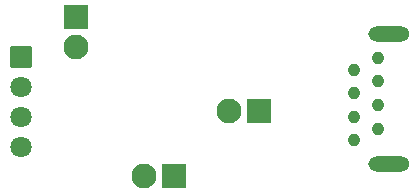
<source format=gbs>
G04 Layer: BottomSolderMaskLayer*
G04 EasyEDA v6.5.29, 2023-10-05 15:07:23*
G04 0de49d076cbe44b984db42f85a7ac8d1,cce8abda2c6f4e5b9eea80e955d706a9,10*
G04 Gerber Generator version 0.2*
G04 Scale: 100 percent, Rotated: No, Reflected: No *
G04 Dimensions in millimeters *
G04 leading zeros omitted , absolute positions ,4 integer and 5 decimal *
%FSLAX45Y45*%
%MOMM*%

%AMMACRO1*1,1,$1,$2,$3*1,1,$1,$4,$5*1,1,$1,0-$2,0-$3*1,1,$1,0-$4,0-$5*20,1,$1,$2,$3,$4,$5,0*20,1,$1,$4,$5,0-$2,0-$3,0*20,1,$1,0-$2,0-$3,0-$4,0-$5,0*20,1,$1,0-$4,0-$5,$2,$3,0*4,1,4,$2,$3,$4,$5,0-$2,0-$3,0-$4,0-$5,$2,$3,0*%
%ADD10MACRO1,0.1016X0.85X0.85X0.85X-0.85*%
%ADD11C,1.8016*%
%ADD12MACRO1,0.1016X1X1X1X-1*%
%ADD13C,2.1016*%
%ADD14MACRO1,0.1016X1X-1X-1X-1*%
%ADD15O,1.0015981999999999X1.1015979999999999*%
%ADD16O,3.5015932X1.3015976000000002*%

%LPD*%
D10*
G01*
X152400Y-647700D03*
D11*
G01*
X152400Y-901700D03*
G01*
X152400Y-1155700D03*
G01*
X152400Y-1409700D03*
D12*
G01*
X622300Y-304800D03*
D13*
G01*
X622300Y-558800D03*
D14*
G01*
X2171700Y-1104900D03*
D13*
G01*
X1917700Y-1104900D03*
D14*
G01*
X1447800Y-1651000D03*
D13*
G01*
X1193800Y-1651000D03*
D15*
G01*
X2974992Y-749998D03*
G01*
X3174994Y-849998D03*
G01*
X2974992Y-949998D03*
G01*
X3174994Y-1049997D03*
G01*
X2974992Y-1149997D03*
G01*
X3174994Y-1249997D03*
G01*
X2974992Y-1349997D03*
D16*
G01*
X3274994Y-449999D03*
D15*
G01*
X3174994Y-649998D03*
D16*
G01*
X3274994Y-1549996D03*
M02*

</source>
